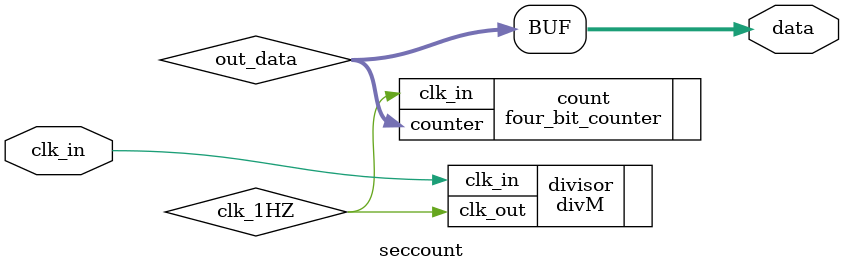
<source format=v>
module seccount(input wire clk_in, output wire [3:0] data);

  wire clk_1HZ;
  wire [3:0] out_data;

  divM divisor(.clk_in(clk_in), .clk_out(clk_1HZ));

  four_bit_counter
    count(.clk_in(clk_1HZ), .counter(out_data));

  assign data = out_data;

endmodule

</source>
